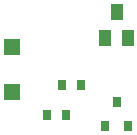
<source format=gbr>
G04 EAGLE Gerber RS-274X export*
G75*
%MOMM*%
%FSLAX34Y34*%
%LPD*%
%INSolderpaste Bottom*%
%IPPOS*%
%AMOC8*
5,1,8,0,0,1.08239X$1,22.5*%
G01*
%ADD10R,1.400000X1.400000*%
%ADD11R,0.762000X0.939800*%
%ADD12R,1.000000X1.400000*%
%ADD13R,0.800000X0.900000*%


D10*
X40640Y52120D03*
X40640Y90120D03*
D11*
X70358Y33020D03*
X87122Y33020D03*
X99822Y58420D03*
X83058Y58420D03*
D12*
X139040Y98220D03*
X120040Y98220D03*
X129540Y120220D03*
D13*
X139040Y23020D03*
X120040Y23020D03*
X129540Y44020D03*
M02*

</source>
